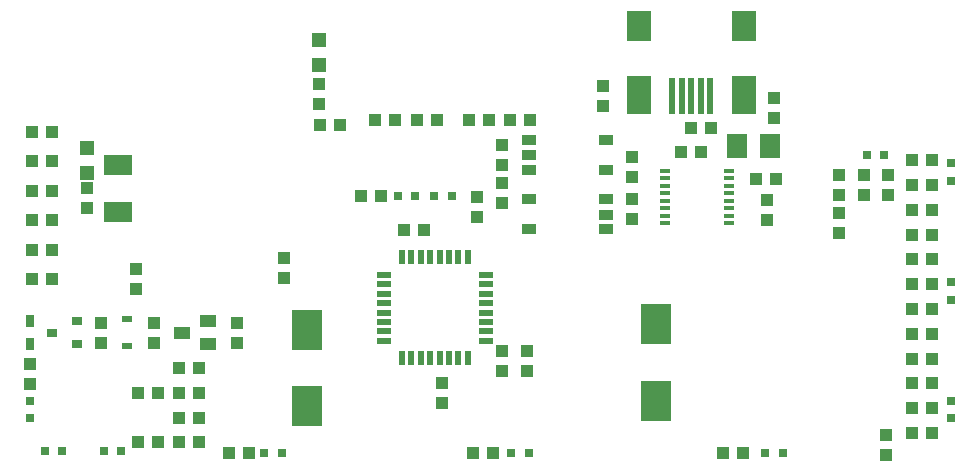
<source format=gbr>
G04 EAGLE Gerber RS-274X export*
G75*
%MOMM*%
%FSLAX34Y34*%
%LPD*%
%INSolderpaste Top*%
%IPPOS*%
%AMOC8*
5,1,8,0,0,1.08239X$1,22.5*%
G01*
%ADD10R,0.558800X1.270000*%
%ADD11R,1.270000X0.558800*%
%ADD12R,2.400000X1.800000*%
%ADD13R,1.000000X1.100000*%
%ADD14R,2.500000X3.500000*%
%ADD15R,1.200000X1.200000*%
%ADD16R,1.100000X1.000000*%
%ADD17R,1.300000X0.850000*%
%ADD18R,0.914400X0.406400*%
%ADD19R,1.800000X2.000000*%
%ADD20R,2.000000X2.500000*%
%ADD21R,2.000000X3.300000*%
%ADD22R,0.500000X3.100000*%
%ADD23R,0.800000X0.800000*%
%ADD24R,1.400000X1.000000*%
%ADD25R,0.830000X0.630000*%
%ADD26R,0.900000X0.800000*%
%ADD27R,0.800000X1.000000*%


D10*
X424900Y193074D03*
X432900Y193074D03*
X440900Y193074D03*
X448900Y193074D03*
X456900Y193074D03*
X464900Y193074D03*
X472900Y193074D03*
X480900Y193074D03*
D11*
X495826Y208000D03*
X495826Y216000D03*
X495826Y224000D03*
X495826Y232000D03*
X495826Y240000D03*
X495826Y248000D03*
X495826Y256000D03*
X495826Y264000D03*
D10*
X480900Y278926D03*
X472900Y278926D03*
X464900Y278926D03*
X456900Y278926D03*
X448900Y278926D03*
X440900Y278926D03*
X432900Y278926D03*
X424900Y278926D03*
D11*
X409974Y264000D03*
X409974Y256000D03*
X409974Y248000D03*
X409974Y240000D03*
X409974Y232000D03*
X409974Y224000D03*
X409974Y216000D03*
X409974Y208000D03*
D12*
X185000Y316750D03*
X185000Y357250D03*
D13*
X510000Y199500D03*
X510000Y182500D03*
X531000Y182500D03*
X531000Y199500D03*
X355500Y391000D03*
X372500Y391000D03*
X200000Y268500D03*
X200000Y251500D03*
X325000Y278500D03*
X325000Y261500D03*
D14*
X345000Y217500D03*
X345000Y152500D03*
X640000Y222500D03*
X640000Y157500D03*
D15*
X158000Y371500D03*
X158000Y350500D03*
X355000Y462500D03*
X355000Y441500D03*
D16*
X158000Y337500D03*
X158000Y320500D03*
X355000Y425500D03*
X355000Y408500D03*
X620000Y346500D03*
X620000Y363500D03*
X510000Y324500D03*
X510000Y341500D03*
X724500Y345000D03*
X741500Y345000D03*
D13*
X734000Y310500D03*
X734000Y327500D03*
D17*
X532488Y365254D03*
X532488Y377700D03*
X597512Y377700D03*
X597512Y352300D03*
X532488Y352300D03*
X597512Y314746D03*
X597512Y302300D03*
X532488Y302300D03*
X532488Y327700D03*
X597512Y327700D03*
D16*
X620000Y311500D03*
X620000Y328500D03*
D18*
X702178Y307775D03*
X702178Y314125D03*
X702178Y320475D03*
X702178Y326825D03*
X702178Y333175D03*
X702178Y339525D03*
X702178Y345875D03*
X702178Y352225D03*
X647822Y352225D03*
X647822Y345875D03*
X647822Y339525D03*
X647822Y333175D03*
X647822Y326825D03*
X647822Y320475D03*
X647822Y314125D03*
X647822Y307775D03*
D13*
X595000Y406500D03*
X595000Y423500D03*
X669500Y388000D03*
X686500Y388000D03*
X678500Y368000D03*
X661500Y368000D03*
X740000Y396500D03*
X740000Y413500D03*
D19*
X709000Y373000D03*
X737000Y373000D03*
D16*
X510000Y356500D03*
X510000Y373500D03*
D20*
X625500Y475000D03*
X714500Y475000D03*
D21*
X625500Y416000D03*
X714500Y416000D03*
D22*
X686000Y415000D03*
X678000Y415000D03*
X670000Y415000D03*
X662000Y415000D03*
X654000Y415000D03*
D23*
X436500Y331000D03*
X421500Y331000D03*
X452500Y331000D03*
X467500Y331000D03*
D13*
X407500Y331000D03*
X390500Y331000D03*
D16*
X489000Y329500D03*
X489000Y312500D03*
D13*
X498500Y395000D03*
X481500Y395000D03*
X454500Y395000D03*
X437500Y395000D03*
X419500Y395000D03*
X402500Y395000D03*
D16*
X111500Y285000D03*
X128500Y285000D03*
X111500Y335000D03*
X128500Y335000D03*
X111500Y385000D03*
X128500Y385000D03*
D13*
X111500Y360000D03*
X128500Y360000D03*
X111500Y310000D03*
X128500Y310000D03*
X111500Y260000D03*
X128500Y260000D03*
D16*
X443500Y302000D03*
X426500Y302000D03*
D13*
X459000Y172500D03*
X459000Y155500D03*
D16*
X816000Y331500D03*
X816000Y348500D03*
D13*
X795000Y331500D03*
X795000Y348500D03*
D16*
X795000Y316500D03*
X795000Y299500D03*
D13*
X873500Y130000D03*
X856500Y130000D03*
X873500Y214000D03*
X856500Y214000D03*
X873500Y319000D03*
X856500Y319000D03*
D16*
X856500Y340000D03*
X873500Y340000D03*
X856500Y235000D03*
X873500Y235000D03*
X856500Y151000D03*
X873500Y151000D03*
D13*
X873500Y193000D03*
X856500Y193000D03*
X873500Y277000D03*
X856500Y277000D03*
X873500Y298000D03*
X856500Y298000D03*
D23*
X890000Y343500D03*
X890000Y358500D03*
D13*
X873500Y361000D03*
X856500Y361000D03*
X873500Y256000D03*
X856500Y256000D03*
X873500Y172000D03*
X856500Y172000D03*
D23*
X890000Y242500D03*
X890000Y257500D03*
X890000Y142500D03*
X890000Y157500D03*
D13*
X278500Y113000D03*
X295500Y113000D03*
X485500Y113000D03*
X502500Y113000D03*
X696500Y113000D03*
X713500Y113000D03*
D23*
X323500Y113000D03*
X308500Y113000D03*
X532500Y113000D03*
X517500Y113000D03*
X747500Y113000D03*
X732500Y113000D03*
D16*
X170000Y223500D03*
X170000Y206500D03*
D24*
X239000Y215000D03*
X261000Y224500D03*
X261000Y205500D03*
D16*
X285000Y223500D03*
X285000Y206500D03*
X215000Y206500D03*
X215000Y223500D03*
D25*
X192000Y226500D03*
X192000Y203500D03*
D26*
X150000Y205500D03*
X150000Y224500D03*
X129000Y215000D03*
D27*
X110000Y225000D03*
X110000Y205000D03*
D13*
X253500Y164000D03*
X236500Y164000D03*
X253500Y122000D03*
X236500Y122000D03*
D16*
X516500Y395000D03*
X533500Y395000D03*
D23*
X818500Y365000D03*
X833500Y365000D03*
D16*
X837000Y331500D03*
X837000Y348500D03*
X110000Y171500D03*
X110000Y188500D03*
D23*
X110000Y142500D03*
X110000Y157500D03*
X122500Y115000D03*
X137500Y115000D03*
X172500Y115000D03*
X187500Y115000D03*
D13*
X253500Y185000D03*
X236500Y185000D03*
X253500Y143000D03*
X236500Y143000D03*
D16*
X218500Y164000D03*
X201500Y164000D03*
X218500Y122000D03*
X201500Y122000D03*
X835000Y128500D03*
X835000Y111500D03*
M02*

</source>
